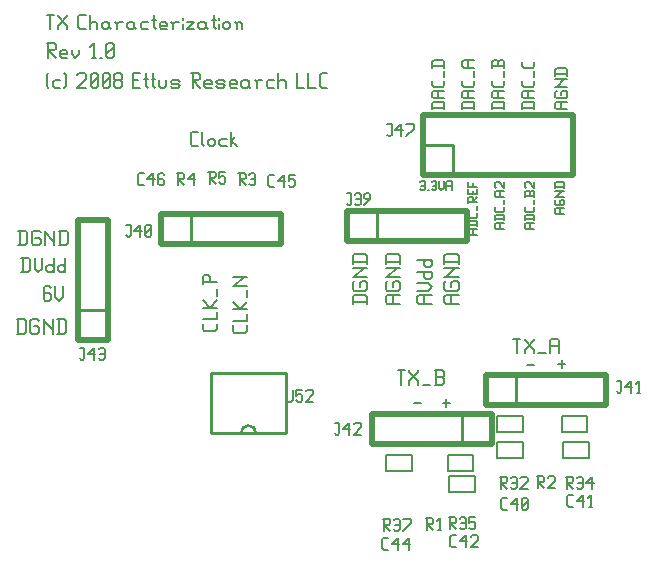
<source format=gbr>
G04 start of page 9 for group -4079 idx -4079
G04 Title: TX Daughterboard, topsilk *
G04 Creator: pcb 20070208 *
G04 CreationDate: Sat Jan 19 00:46:11 2008 UTC *
G04 For: matt *
G04 Format: Gerber/RS-274X *
G04 PCB-Dimensions: 275000 250000 *
G04 PCB-Coordinate-Origin: lower left *
%MOIN*%
%FSLAX24Y24*%
%LNFRONTSILK*%
%ADD11C,0.0100*%
%ADD21C,0.0200*%
%ADD30C,0.0060*%
G54D30*X20700Y17150D02*X21100D01*
X20700Y17300D02*X20750Y17350D01*
X21050D01*
X21100Y17300D02*X21050Y17350D01*
X21100Y17300D02*Y17100D01*
X20700Y17300D02*Y17100D01*
X20750Y17470D02*X21100D01*
X20750D02*X20700Y17520D01*
Y17670D02*Y17520D01*
Y17670D02*X20750Y17720D01*
X21100D01*
X20900D02*Y17470D01*
X21100Y18040D02*Y17890D01*
X21050Y17840D02*X21100Y17890D01*
X20750Y17840D02*X21050D01*
X20750D02*X20700Y17890D01*
Y18040D02*Y17890D01*
X21100Y18360D02*Y18160D01*
Y18680D02*Y18480D01*
Y18680D02*X21050Y18730D01*
X20950D02*X21050D01*
X20900Y18680D02*X20950Y18730D01*
X20900Y18680D02*Y18530D01*
X20700D02*X21100D01*
X20700Y18680D02*Y18480D01*
Y18680D02*X20750Y18730D01*
X20850D01*
X20900Y18680D02*X20850Y18730D01*
X5850Y17873D02*X5911Y17812D01*
X5850Y18239D02*X5911Y18300D01*
X5850Y18239D02*Y17873D01*
X6118Y18056D02*X6301D01*
X6057Y17995D02*X6118Y18056D01*
X6057Y17995D02*Y17873D01*
X6118Y17812D01*
X6301D01*
X6448Y18300D02*X6509Y18239D01*
Y17873D01*
X6448Y17812D02*X6509Y17873D01*
X6875Y18239D02*X6936Y18300D01*
X7119D01*
X7180Y18239D01*
Y18117D01*
X6875Y17812D02*X7180Y18117D01*
X6875Y17812D02*X7180D01*
X7326Y17873D02*X7387Y17812D01*
X7326Y18239D02*Y17873D01*
Y18239D02*X7387Y18300D01*
X7509D01*
X7570Y18239D01*
Y17873D01*
X7509Y17812D02*X7570Y17873D01*
X7387Y17812D02*X7509D01*
X7326Y17934D02*X7570Y18178D01*
X7717Y17873D02*X7778Y17812D01*
X7717Y18239D02*Y17873D01*
Y18239D02*X7778Y18300D01*
X7900D01*
X7961Y18239D01*
Y17873D01*
X7900Y17812D02*X7961Y17873D01*
X7778Y17812D02*X7900D01*
X7717Y17934D02*X7961Y18178D01*
X8107Y17873D02*X8168Y17812D01*
X8107Y17995D02*Y17873D01*
Y17995D02*X8168Y18056D01*
X8290D01*
X8351Y17995D01*
Y17873D01*
X8290Y17812D02*X8351Y17873D01*
X8168Y17812D02*X8290D01*
X8107Y18117D02*X8168Y18056D01*
X8107Y18239D02*Y18117D01*
Y18239D02*X8168Y18300D01*
X8290D01*
X8351Y18239D01*
Y18117D01*
X8290Y18056D02*X8351Y18117D01*
X8717Y18056D02*X8900D01*
X8717Y17812D02*X8961D01*
X8717Y18300D02*Y17812D01*
Y18300D02*X8961D01*
X9169D02*Y17873D01*
X9230Y17812D01*
X9108Y18117D02*X9230D01*
X9413Y18300D02*Y17873D01*
X9474Y17812D01*
X9352Y18117D02*X9474D01*
X9596Y18056D02*Y17873D01*
X9657Y17812D01*
X9779D01*
X9840Y17873D01*
Y18056D02*Y17873D01*
X10048Y17812D02*X10231D01*
X10292Y17873D01*
X10231Y17934D02*X10292Y17873D01*
X10048Y17934D02*X10231D01*
X9987Y17995D02*X10048Y17934D01*
X9987Y17995D02*X10048Y18056D01*
X10231D01*
X10292Y17995D01*
X9987Y17873D02*X10048Y17812D01*
X10658Y18300D02*X10902D01*
X10963Y18239D01*
Y18117D01*
X10902Y18056D02*X10963Y18117D01*
X10719Y18056D02*X10902D01*
X10719Y18300D02*Y17812D01*
Y18056D02*X10963Y17812D01*
X11170D02*X11353D01*
X11109Y17873D02*X11170Y17812D01*
X11109Y17995D02*Y17873D01*
Y17995D02*X11170Y18056D01*
X11292D01*
X11353Y17995D01*
X11109Y17934D02*X11353D01*
Y17995D02*Y17934D01*
X11561Y17812D02*X11744D01*
X11805Y17873D01*
X11744Y17934D02*X11805Y17873D01*
X11561Y17934D02*X11744D01*
X11500Y17995D02*X11561Y17934D01*
X11500Y17995D02*X11561Y18056D01*
X11744D01*
X11805Y17995D01*
X11500Y17873D02*X11561Y17812D01*
X12012D02*X12195D01*
X11951Y17873D02*X12012Y17812D01*
X11951Y17995D02*Y17873D01*
Y17995D02*X12012Y18056D01*
X12134D01*
X12195Y17995D01*
X11951Y17934D02*X12195D01*
Y17995D02*Y17934D01*
X12525Y18056D02*X12586Y17995D01*
X12403Y18056D02*X12525D01*
X12342Y17995D02*X12403Y18056D01*
X12342Y17995D02*Y17873D01*
X12403Y17812D01*
X12586Y18056D02*Y17873D01*
X12647Y17812D01*
X12403D02*X12525D01*
X12586Y17873D01*
X12854Y17995D02*Y17812D01*
Y17995D02*X12915Y18056D01*
X13037D01*
X12793D02*X12854Y17995D01*
X13245Y18056D02*X13428D01*
X13184Y17995D02*X13245Y18056D01*
X13184Y17995D02*Y17873D01*
X13245Y17812D01*
X13428D01*
X13574Y18300D02*Y17812D01*
Y17995D02*X13635Y18056D01*
X13757D01*
X13818Y17995D01*
Y17812D01*
X14185Y18300D02*Y17812D01*
X14429D01*
X14575Y18300D02*Y17812D01*
X14819D01*
X15027D02*X15210D01*
X14966Y17873D02*X15027Y17812D01*
X14966Y18239D02*Y17873D01*
Y18239D02*X15027Y18300D01*
X15210D01*
X5850Y19300D02*X6094D01*
X6155Y19239D01*
Y19117D01*
X6094Y19056D02*X6155Y19117D01*
X5911Y19056D02*X6094D01*
X5911Y19300D02*Y18812D01*
Y19056D02*X6155Y18812D01*
X6362D02*X6545D01*
X6301Y18873D02*X6362Y18812D01*
X6301Y18995D02*Y18873D01*
Y18995D02*X6362Y19056D01*
X6484D01*
X6545Y18995D01*
X6301Y18934D02*X6545D01*
Y18995D02*Y18934D01*
X6692Y19056D02*Y18934D01*
X6814Y18812D01*
X6936Y18934D01*
Y19056D02*Y18934D01*
X7363Y18812D02*X7485D01*
X7424Y19300D02*Y18812D01*
X7302Y19178D02*X7424Y19300D01*
X7631Y18812D02*X7692D01*
X7839Y18873D02*X7900Y18812D01*
X7839Y19239D02*Y18873D01*
Y19239D02*X7900Y19300D01*
X8022D01*
X8083Y19239D01*
Y18873D01*
X8022Y18812D02*X8083Y18873D01*
X7900Y18812D02*X8022D01*
X7839Y18934D02*X8083Y19178D01*
X5850Y20250D02*X6094D01*
X5972D02*Y19762D01*
X6240Y20250D02*Y20189D01*
X6545Y19884D01*
Y19762D01*
X6240Y19884D02*Y19762D01*
Y19884D02*X6545Y20189D01*
Y20250D02*Y20189D01*
X6972Y19762D02*X7155D01*
X6911Y19823D02*X6972Y19762D01*
X6911Y20189D02*Y19823D01*
Y20189D02*X6972Y20250D01*
X7155D01*
X7302D02*Y19762D01*
Y19945D02*X7363Y20006D01*
X7485D01*
X7546Y19945D01*
Y19762D01*
X7875Y20006D02*X7936Y19945D01*
X7753Y20006D02*X7875D01*
X7692Y19945D02*X7753Y20006D01*
X7692Y19945D02*Y19823D01*
X7753Y19762D01*
X7936Y20006D02*Y19823D01*
X7997Y19762D01*
X7753D02*X7875D01*
X7936Y19823D01*
X8205Y19945D02*Y19762D01*
Y19945D02*X8266Y20006D01*
X8388D01*
X8144D02*X8205Y19945D01*
X8717Y20006D02*X8778Y19945D01*
X8595Y20006D02*X8717D01*
X8534Y19945D02*X8595Y20006D01*
X8534Y19945D02*Y19823D01*
X8595Y19762D01*
X8778Y20006D02*Y19823D01*
X8839Y19762D01*
X8595D02*X8717D01*
X8778Y19823D01*
X9047Y20006D02*X9230D01*
X8986Y19945D02*X9047Y20006D01*
X8986Y19945D02*Y19823D01*
X9047Y19762D01*
X9230D01*
X9437Y20250D02*Y19823D01*
X9498Y19762D01*
X9376Y20067D02*X9498D01*
X9681Y19762D02*X9864D01*
X9620Y19823D02*X9681Y19762D01*
X9620Y19945D02*Y19823D01*
Y19945D02*X9681Y20006D01*
X9803D01*
X9864Y19945D01*
X9620Y19884D02*X9864D01*
Y19945D02*Y19884D01*
X10072Y19945D02*Y19762D01*
Y19945D02*X10133Y20006D01*
X10255D01*
X10011D02*X10072Y19945D01*
X10401Y20128D02*Y20067D01*
Y19945D02*Y19762D01*
X10524Y20006D02*X10768D01*
X10524Y19762D02*X10768Y20006D01*
X10524Y19762D02*X10768D01*
X11097Y20006D02*X11158Y19945D01*
X10975Y20006D02*X11097D01*
X10914Y19945D02*X10975Y20006D01*
X10914Y19945D02*Y19823D01*
X10975Y19762D01*
X11158Y20006D02*Y19823D01*
X11219Y19762D01*
X10975D02*X11097D01*
X11158Y19823D01*
X11427Y20250D02*Y19823D01*
X11488Y19762D01*
X11366Y20067D02*X11488D01*
X11610Y20128D02*Y20067D01*
Y19945D02*Y19762D01*
X11732Y19945D02*Y19823D01*
Y19945D02*X11793Y20006D01*
X11915D01*
X11976Y19945D01*
Y19823D01*
X11915Y19762D02*X11976Y19823D01*
X11793Y19762D02*X11915D01*
X11732Y19823D02*X11793Y19762D01*
X12183Y19945D02*Y19762D01*
Y19945D02*X12244Y20006D01*
X12305D01*
X12366Y19945D01*
Y19762D01*
X12122Y20006D02*X12183Y19945D01*
X11538Y9944D02*Y9761D01*
X11477Y9700D02*X11538Y9761D01*
X11111Y9700D02*X11477D01*
X11111D02*X11050Y9761D01*
Y9944D02*Y9761D01*
Y10090D02*X11538D01*
Y10334D02*Y10090D01*
X11050Y10481D02*X11538D01*
X11294D02*X11050Y10725D01*
X11294Y10481D02*X11538Y10725D01*
Y11115D02*Y10871D01*
X11050Y11323D02*X11538D01*
X11050Y11506D02*Y11262D01*
Y11506D02*X11111Y11567D01*
X11233D01*
X11294Y11506D02*X11233Y11567D01*
X11294Y11506D02*Y11323D01*
X12538Y9894D02*Y9711D01*
X12477Y9650D02*X12538Y9711D01*
X12111Y9650D02*X12477D01*
X12111D02*X12050Y9711D01*
Y9894D02*Y9711D01*
Y10040D02*X12538D01*
Y10284D02*Y10040D01*
X12050Y10431D02*X12538D01*
X12294D02*X12050Y10675D01*
X12294Y10431D02*X12538Y10675D01*
Y11065D02*Y10821D01*
X12050Y11212D02*X12538D01*
X12050D02*X12111D01*
X12416Y11517D01*
X12050D02*X12538D01*
X10711Y15862D02*X10894D01*
X10650Y15923D02*X10711Y15862D01*
X10650Y16289D02*Y15923D01*
Y16289D02*X10711Y16350D01*
X10894D01*
X11040D02*Y15923D01*
X11101Y15862D01*
X11223Y16045D02*Y15923D01*
Y16045D02*X11284Y16106D01*
X11406D01*
X11467Y16045D01*
Y15923D01*
X11406Y15862D02*X11467Y15923D01*
X11284Y15862D02*X11406D01*
X11223Y15923D02*X11284Y15862D01*
X11675Y16106D02*X11858D01*
X11614Y16045D02*X11675Y16106D01*
X11614Y16045D02*Y15923D01*
X11675Y15862D01*
X11858D01*
X12004Y16350D02*Y15862D01*
Y16045D02*X12187Y15862D01*
X12004Y16045D02*X12126Y16167D01*
X4961Y13050D02*Y12562D01*
X5144Y13050D02*X5205Y12989D01*
Y12623D01*
X5144Y12562D02*X5205Y12623D01*
X4900Y12562D02*X5144D01*
X4900Y13050D02*X5144D01*
X5595D02*X5656Y12989D01*
X5412Y13050D02*X5595D01*
X5351Y12989D02*X5412Y13050D01*
X5351Y12989D02*Y12623D01*
X5412Y12562D01*
X5595D01*
X5656Y12623D01*
Y12745D02*Y12623D01*
X5595Y12806D02*X5656Y12745D01*
X5473Y12806D02*X5595D01*
X5803Y13050D02*Y12562D01*
Y13050D02*Y12989D01*
X6108Y12684D01*
Y13050D02*Y12562D01*
X6315Y13050D02*Y12562D01*
X6498Y13050D02*X6559Y12989D01*
Y12623D01*
X6498Y12562D02*X6559Y12623D01*
X6254Y12562D02*X6498D01*
X6254Y13050D02*X6498D01*
X5061Y12150D02*Y11662D01*
X5244Y12150D02*X5305Y12089D01*
Y11723D01*
X5244Y11662D02*X5305Y11723D01*
X5000Y11662D02*X5244D01*
X5000Y12150D02*X5244D01*
X5451D02*Y11784D01*
X5573Y11662D01*
X5695Y11784D01*
Y12150D02*Y11784D01*
X6086Y12150D02*Y11662D01*
X6025D02*X6086Y11723D01*
X5903Y11662D02*X6025D01*
X5842Y11723D02*X5903Y11662D01*
X5842Y11845D02*Y11723D01*
Y11845D02*X5903Y11906D01*
X6025D01*
X6086Y11845D01*
X6476Y12150D02*Y11662D01*
X6415D02*X6476Y11723D01*
X6293Y11662D02*X6415D01*
X6232Y11723D02*X6293Y11662D01*
X6232Y11845D02*Y11723D01*
Y11845D02*X6293Y11906D01*
X6415D01*
X6476Y11845D01*
X4911Y10100D02*Y9612D01*
X5094Y10100D02*X5155Y10039D01*
Y9673D01*
X5094Y9612D02*X5155Y9673D01*
X4850Y9612D02*X5094D01*
X4850Y10100D02*X5094D01*
X5545D02*X5606Y10039D01*
X5362Y10100D02*X5545D01*
X5301Y10039D02*X5362Y10100D01*
X5301Y10039D02*Y9673D01*
X5362Y9612D01*
X5545D01*
X5606Y9673D01*
Y9795D02*Y9673D01*
X5545Y9856D02*X5606Y9795D01*
X5423Y9856D02*X5545D01*
X5753Y10100D02*Y9612D01*
Y10100D02*Y10039D01*
X6058Y9734D01*
Y10100D02*Y9612D01*
X6265Y10100D02*Y9612D01*
X6448Y10100D02*X6509Y10039D01*
Y9673D01*
X6448Y9612D02*X6509Y9673D01*
X6204Y9612D02*X6448D01*
X6204Y10100D02*X6448D01*
X5933Y11200D02*X5994Y11139D01*
X5811Y11200D02*X5933D01*
X5750Y11139D02*X5811Y11200D01*
X5750Y11139D02*Y10773D01*
X5811Y10712D01*
X5933Y10956D02*X5994Y10895D01*
X5750Y10956D02*X5933D01*
X5811Y10712D02*X5933D01*
X5994Y10773D01*
Y10895D02*Y10773D01*
X6140Y11200D02*Y10834D01*
X6262Y10712D01*
X6384Y10834D01*
Y11200D02*Y10834D01*
X21700Y17150D02*X22100D01*
X21700Y17300D02*X21750Y17350D01*
X22050D01*
X22100Y17300D02*X22050Y17350D01*
X22100Y17300D02*Y17100D01*
X21700Y17300D02*Y17100D01*
X21750Y17470D02*X22100D01*
X21750D02*X21700Y17520D01*
Y17670D02*Y17520D01*
Y17670D02*X21750Y17720D01*
X22100D01*
X21900D02*Y17470D01*
X22100Y18040D02*Y17890D01*
X22050Y17840D02*X22100Y17890D01*
X21750Y17840D02*X22050D01*
X21750D02*X21700Y17890D01*
Y18040D02*Y17890D01*
X22100Y18360D02*Y18160D01*
Y18680D02*Y18530D01*
X22050Y18480D02*X22100Y18530D01*
X21750Y18480D02*X22050D01*
X21750D02*X21700Y18530D01*
Y18680D02*Y18530D01*
X22839Y13600D02*X23112D01*
X22839D02*X22800Y13639D01*
Y13756D02*Y13639D01*
Y13756D02*X22839Y13795D01*
X23112D01*
X22956D02*Y13600D01*
X22800Y14044D02*X22839Y14083D01*
X22800Y14044D02*Y13927D01*
X22839Y13888D02*X22800Y13927D01*
X22839Y13888D02*X23073D01*
X23112Y13927D01*
Y14044D02*Y13927D01*
Y14044D02*X23073Y14083D01*
X22995D02*X23073D01*
X22956Y14044D02*X22995Y14083D01*
X22956Y14044D02*Y13966D01*
X22800Y14177D02*X23112D01*
X22800D02*X22839D01*
X23034Y14372D01*
X22800D02*X23112D01*
X22800Y14505D02*X23112D01*
X22800Y14622D02*X22839Y14661D01*
X23073D01*
X23112Y14622D02*X23073Y14661D01*
X23112Y14622D02*Y14466D01*
X22800Y14622D02*Y14466D01*
X19939Y12900D02*X20212D01*
X19939D02*X19900Y12939D01*
Y13056D02*Y12939D01*
Y13056D02*X19939Y13095D01*
X20212D01*
X20056D02*Y12900D01*
X19900Y13227D02*X20212D01*
X19900Y13344D02*X19939Y13383D01*
X20173D01*
X20212Y13344D02*X20173Y13383D01*
X20212Y13344D02*Y13188D01*
X19900Y13344D02*Y13188D01*
X20212Y13633D02*Y13516D01*
X20173Y13477D02*X20212Y13516D01*
X19939Y13477D02*X20173D01*
X19939D02*X19900Y13516D01*
Y13633D02*Y13516D01*
X20212Y13883D02*Y13727D01*
X19900Y14132D02*Y13976D01*
Y14132D02*X19939Y14171D01*
X20017D01*
X20056Y14132D02*X20017Y14171D01*
X20056Y14132D02*Y14015D01*
X19900D02*X20212D01*
X20056D02*X20212Y14171D01*
X20056Y14382D02*Y14265D01*
X20212Y14421D02*Y14265D01*
X19900D02*X20212D01*
X19900Y14421D02*Y14265D01*
Y14515D02*X20212D01*
X19900Y14671D02*Y14515D01*
X20056Y14632D02*Y14515D01*
X21839Y13100D02*X22112D01*
X21839D02*X21800Y13139D01*
Y13256D02*Y13139D01*
Y13256D02*X21839Y13295D01*
X22112D01*
X21956D02*Y13100D01*
X21800Y13427D02*X22112D01*
X21800Y13544D02*X21839Y13583D01*
X22073D01*
X22112Y13544D02*X22073Y13583D01*
X22112Y13544D02*Y13388D01*
X21800Y13544D02*Y13388D01*
X22112Y13833D02*Y13716D01*
X22073Y13677D02*X22112Y13716D01*
X21839Y13677D02*X22073D01*
X21839D02*X21800Y13716D01*
Y13833D02*Y13716D01*
X22112Y14083D02*Y13927D01*
Y14332D02*Y14176D01*
Y14332D02*X22073Y14371D01*
X21995D02*X22073D01*
X21956Y14332D02*X21995Y14371D01*
X21956Y14332D02*Y14215D01*
X21800D02*X22112D01*
X21800Y14332D02*Y14176D01*
Y14332D02*X21839Y14371D01*
X21917D01*
X21956Y14332D02*X21917Y14371D01*
X21839Y14465D02*X21800Y14504D01*
Y14621D02*Y14504D01*
Y14621D02*X21839Y14660D01*
X21917D01*
X22112Y14465D02*X21917Y14660D01*
X22112D02*Y14465D01*
X20839Y13100D02*X21112D01*
X20839D02*X20800Y13139D01*
Y13256D02*Y13139D01*
Y13256D02*X20839Y13295D01*
X21112D01*
X20956D02*Y13100D01*
X20800Y13427D02*X21112D01*
X20800Y13544D02*X20839Y13583D01*
X21073D01*
X21112Y13544D02*X21073Y13583D01*
X21112Y13544D02*Y13388D01*
X20800Y13544D02*Y13388D01*
X21112Y13833D02*Y13716D01*
X21073Y13677D02*X21112Y13716D01*
X20839Y13677D02*X21073D01*
X20839D02*X20800Y13716D01*
Y13833D02*Y13716D01*
X21112Y14083D02*Y13927D01*
X20839Y14176D02*X21112D01*
X20839D02*X20800Y14215D01*
Y14332D02*Y14215D01*
Y14332D02*X20839Y14371D01*
X21112D01*
X20956D02*Y14176D01*
X20839Y14465D02*X20800Y14504D01*
Y14621D02*Y14504D01*
Y14621D02*X20839Y14660D01*
X20917D01*
X21112Y14465D02*X20917Y14660D01*
X21112D02*Y14465D01*
X22850Y17100D02*X23200D01*
X22850D02*X22800Y17150D01*
Y17300D02*Y17150D01*
Y17300D02*X22850Y17350D01*
X23200D01*
X23000D02*Y17100D01*
X22800Y17670D02*X22850Y17720D01*
X22800Y17670D02*Y17520D01*
X22850Y17470D02*X22800Y17520D01*
X22850Y17470D02*X23150D01*
X23200Y17520D01*
Y17670D02*Y17520D01*
Y17670D02*X23150Y17720D01*
X23050D02*X23150D01*
X23000Y17670D02*X23050Y17720D01*
X23000Y17670D02*Y17570D01*
X22800Y17840D02*X23200D01*
X22800D02*X22850D01*
X23100Y18090D01*
X22800D02*X23200D01*
X22800Y18260D02*X23200D01*
X22800Y18410D02*X22850Y18460D01*
X23150D01*
X23200Y18410D02*X23150Y18460D01*
X23200Y18410D02*Y18210D01*
X22800Y18410D02*Y18210D01*
X18700Y17150D02*X19100D01*
X18700Y17300D02*X18750Y17350D01*
X19050D01*
X19100Y17300D02*X19050Y17350D01*
X19100Y17300D02*Y17100D01*
X18700Y17300D02*Y17100D01*
X18750Y17470D02*X19100D01*
X18750D02*X18700Y17520D01*
Y17670D02*Y17520D01*
Y17670D02*X18750Y17720D01*
X19100D01*
X18900D02*Y17470D01*
X19100Y18040D02*Y17890D01*
X19050Y17840D02*X19100Y17890D01*
X18750Y17840D02*X19050D01*
X18750D02*X18700Y17890D01*
Y18040D02*Y17890D01*
X19100Y18360D02*Y18160D01*
X18700Y18530D02*X19100D01*
X18700Y18680D02*X18750Y18730D01*
X19050D01*
X19100Y18680D02*X19050Y18730D01*
X19100Y18680D02*Y18480D01*
X18700Y18680D02*Y18480D01*
X19700Y17150D02*X20100D01*
X19700Y17300D02*X19750Y17350D01*
X20050D01*
X20100Y17300D02*X20050Y17350D01*
X20100Y17300D02*Y17100D01*
X19700Y17300D02*Y17100D01*
X19750Y17470D02*X20100D01*
X19750D02*X19700Y17520D01*
Y17670D02*Y17520D01*
Y17670D02*X19750Y17720D01*
X20100D01*
X19900D02*Y17470D01*
X20100Y18040D02*Y17890D01*
X20050Y17840D02*X20100Y17890D01*
X19750Y17840D02*X20050D01*
X19750D02*X19700Y17890D01*
Y18040D02*Y17890D01*
X20100Y18360D02*Y18160D01*
X19750Y18480D02*X20100D01*
X19750D02*X19700Y18530D01*
Y18680D02*Y18530D01*
Y18680D02*X19750Y18730D01*
X20100D01*
X19900D02*Y18480D01*
X18700Y17150D02*X19100D01*
X18700Y17300D02*X18750Y17350D01*
X19050D01*
X19100Y17300D02*X19050Y17350D01*
X19100Y17300D02*Y17100D01*
X18700Y17300D02*Y17100D01*
X18750Y17470D02*X19100D01*
X18750D02*X18700Y17520D01*
Y17670D02*Y17520D01*
Y17670D02*X18750Y17720D01*
X19100D01*
X18900D02*Y17470D01*
X19100Y18040D02*Y17890D01*
X19050Y17840D02*X19100Y17890D01*
X18750Y17840D02*X19050D01*
X18750D02*X18700Y17890D01*
Y18040D02*Y17890D01*
X19100Y18360D02*Y18160D01*
X18700Y18530D02*X19100D01*
X18700Y18680D02*X18750Y18730D01*
X19050D01*
X19100Y18680D02*X19050Y18730D01*
X19100Y18680D02*Y18480D01*
X18700Y18680D02*Y18480D01*
X18300Y14661D02*X18339Y14700D01*
X18417D01*
X18456Y14661D01*
Y14427D01*
X18417Y14388D02*X18456Y14427D01*
X18339Y14388D02*X18417D01*
X18300Y14427D02*X18339Y14388D01*
Y14544D02*X18456D01*
X18549Y14388D02*X18588D01*
X18682Y14661D02*X18721Y14700D01*
X18799D01*
X18838Y14661D01*
Y14427D01*
X18799Y14388D02*X18838Y14427D01*
X18721Y14388D02*X18799D01*
X18682Y14427D02*X18721Y14388D01*
Y14544D02*X18838D01*
X18932Y14700D02*Y14466D01*
X19010Y14388D01*
X19088Y14466D01*
Y14700D02*Y14466D01*
X19181Y14661D02*Y14388D01*
Y14661D02*X19220Y14700D01*
X19337D01*
X19376Y14661D01*
Y14388D01*
X19181Y14544D02*X19376D01*
X17211Y10600D02*X17638D01*
X17211D02*X17150Y10661D01*
Y10844D02*Y10661D01*
Y10844D02*X17211Y10905D01*
X17638D01*
X17394D02*Y10600D01*
X17150Y11295D02*X17211Y11356D01*
X17150Y11295D02*Y11112D01*
X17211Y11051D02*X17150Y11112D01*
X17211Y11051D02*X17577D01*
X17638Y11112D01*
Y11295D02*Y11112D01*
Y11295D02*X17577Y11356D01*
X17455D02*X17577D01*
X17394Y11295D02*X17455Y11356D01*
X17394Y11295D02*Y11173D01*
X17150Y11503D02*X17638D01*
X17150D02*X17211D01*
X17516Y11808D01*
X17150D02*X17638D01*
X17150Y12015D02*X17638D01*
X17150Y12198D02*X17211Y12259D01*
X17577D01*
X17638Y12198D02*X17577Y12259D01*
X17638Y12198D02*Y11954D01*
X17150Y12198D02*Y11954D01*
X18261Y10600D02*X18688D01*
X18261D02*X18200Y10661D01*
Y10844D02*Y10661D01*
Y10844D02*X18261Y10905D01*
X18688D01*
X18444D02*Y10600D01*
X18200Y11051D02*X18566D01*
X18688Y11173D01*
X18566Y11295D01*
X18200D02*X18566D01*
X18200Y11686D02*X18688D01*
Y11625D02*X18627Y11686D01*
X18688Y11625D02*Y11503D01*
X18627Y11442D02*X18688Y11503D01*
X18505Y11442D02*X18627D01*
X18505D02*X18444Y11503D01*
Y11625D02*Y11503D01*
Y11625D02*X18505Y11686D01*
X18200Y12076D02*X18688D01*
Y12015D02*X18627Y12076D01*
X18688Y12015D02*Y11893D01*
X18627Y11832D02*X18688Y11893D01*
X18505Y11832D02*X18627D01*
X18505D02*X18444Y11893D01*
Y12015D02*Y11893D01*
Y12015D02*X18505Y12076D01*
X19161Y10600D02*X19588D01*
X19161D02*X19100Y10661D01*
Y10844D02*Y10661D01*
Y10844D02*X19161Y10905D01*
X19588D01*
X19344D02*Y10600D01*
X19100Y11295D02*X19161Y11356D01*
X19100Y11295D02*Y11112D01*
X19161Y11051D02*X19100Y11112D01*
X19161Y11051D02*X19527D01*
X19588Y11112D01*
Y11295D02*Y11112D01*
Y11295D02*X19527Y11356D01*
X19405D02*X19527D01*
X19344Y11295D02*X19405Y11356D01*
X19344Y11295D02*Y11173D01*
X19100Y11503D02*X19588D01*
X19100D02*X19161D01*
X19466Y11808D01*
X19100D02*X19588D01*
X19100Y12015D02*X19588D01*
X19100Y12198D02*X19161Y12259D01*
X19527D01*
X19588Y12198D02*X19527Y12259D01*
X19588Y12198D02*Y11954D01*
X19100Y12198D02*Y11954D01*
X16050Y10661D02*X16538D01*
X16050Y10844D02*X16111Y10905D01*
X16477D01*
X16538Y10844D02*X16477Y10905D01*
X16538Y10844D02*Y10600D01*
X16050Y10844D02*Y10600D01*
Y11295D02*X16111Y11356D01*
X16050Y11295D02*Y11112D01*
X16111Y11051D02*X16050Y11112D01*
X16111Y11051D02*X16477D01*
X16538Y11112D01*
Y11295D02*Y11112D01*
Y11295D02*X16477Y11356D01*
X16355D02*X16477D01*
X16294Y11295D02*X16355Y11356D01*
X16294Y11295D02*Y11173D01*
X16050Y11503D02*X16538D01*
X16050D02*X16111D01*
X16416Y11808D01*
X16050D02*X16538D01*
X16050Y12015D02*X16538D01*
X16050Y12198D02*X16111Y12259D01*
X16477D01*
X16538Y12198D02*X16477Y12259D01*
X16538Y12198D02*Y11954D01*
X16050Y12198D02*Y11954D01*
X19050Y7306D02*X19294D01*
X19172Y7428D02*Y7184D01*
X21400Y9450D02*X21644D01*
X21522D02*Y8962D01*
X21790Y9450D02*Y9389D01*
X22095Y9084D01*
Y8962D01*
X21790Y9084D02*Y8962D01*
Y9084D02*X22095Y9389D01*
Y9450D02*Y9389D01*
X22242Y8962D02*X22486D01*
X22632Y9389D02*Y8962D01*
Y9389D02*X22693Y9450D01*
X22876D01*
X22937Y9389D01*
Y8962D01*
X22632Y9206D02*X22937D01*
X17550Y8400D02*X17794D01*
X17672D02*Y7912D01*
X17940Y8400D02*Y8339D01*
X18245Y8034D01*
Y7912D01*
X17940Y8034D02*Y7912D01*
Y8034D02*X18245Y8339D01*
Y8400D02*Y8339D01*
X18392Y7912D02*X18636D01*
X18782D02*X19026D01*
X19087Y7973D01*
Y8095D02*Y7973D01*
X19026Y8156D02*X19087Y8095D01*
X18843Y8156D02*X19026D01*
X18843Y8400D02*Y7912D01*
X18782Y8400D02*X19026D01*
X19087Y8339D01*
Y8217D01*
X19026Y8156D02*X19087Y8217D01*
X18100Y7306D02*X18344D01*
X21850Y8556D02*X22094D01*
X22900Y8606D02*X23144D01*
X23022Y8728D02*Y8484D01*
G54D21*X20500Y7250D02*X24500D01*
Y8250D02*Y7250D01*
X20500Y8250D02*X24500D01*
X20500D02*Y7250D01*
G54D11*X21500Y8250D02*Y7250D01*
X20500Y8250D02*X21500D01*
G54D30*X23080Y6020D02*X23920D01*
Y5480D01*
X23080D02*X23920D01*
X23080Y6020D02*Y5480D01*
G54D21*X18400Y14900D02*X23400D01*
Y16900D02*Y14900D01*
X18400Y16900D02*X23400D01*
X18400D02*Y14900D01*
G54D11*X19400Y15900D02*Y14900D01*
X18400Y15900D02*X19400D01*
G54D30*X23030Y6870D02*X23870D01*
Y6330D01*
X23030D02*X23870D01*
X23030Y6870D02*Y6330D01*
G54D21*X15850Y12700D02*X19850D01*
Y13700D02*Y12700D01*
X15850Y13700D02*X19850D01*
X15850D02*Y12700D01*
G54D11*X16850Y13700D02*Y12700D01*
X15850Y13700D02*X16850D01*
G54D21*X16700Y6950D02*X20700D01*
X16700D02*Y5950D01*
X20700D01*
Y6950D02*Y5950D01*
G54D11*X19700Y6950D02*Y5950D01*
X20700D01*
G54D30*X19230Y5570D02*X20070D01*
Y5030D01*
X19230D02*X20070D01*
X19230Y5570D02*Y5030D01*
X17180D02*X18020D01*
X17180Y5570D02*Y5030D01*
Y5570D02*X18020D01*
Y5030D01*
X19280Y4870D02*X20120D01*
Y4330D01*
X19280D02*X20120D01*
X19280Y4870D02*Y4330D01*
X20880Y6330D02*X21720D01*
X20880Y6870D02*Y6330D01*
Y6870D02*X21720D01*
Y6330D01*
X20880Y5480D02*X21720D01*
X20880Y6020D02*Y5480D01*
Y6020D02*X21720D01*
Y5480D01*
G54D11*X13840Y8300D02*Y6300D01*
X11320Y8300D02*X13840D01*
X11320D02*Y6300D01*
X12830D01*
X12330D02*X13840D01*
X12830D02*G75*G03X12330Y6300I-250J0D01*G01*
G54D21*X9650Y12600D02*X13650D01*
Y13600D02*Y12600D01*
X9650Y13600D02*X13650D01*
X9650D02*Y12600D01*
G54D11*X10650Y13600D02*Y12600D01*
X9650Y13600D02*X10650D01*
G54D21*X7900Y13400D02*Y9400D01*
X6900Y13400D02*X7900D01*
X6900D02*Y9400D01*
X7900D01*
G54D11*X6900Y10400D02*X7900D01*
X6900D02*Y9400D01*
G54D30*X13850Y7750D02*Y7400D01*
X13900Y7350D01*
X14000D01*
X14050Y7400D01*
Y7750D02*Y7400D01*
X14170Y7750D02*X14370D01*
X14170D02*Y7550D01*
X14220Y7600D01*
X14320D01*
X14370Y7550D01*
Y7400D01*
X14320Y7350D02*X14370Y7400D01*
X14220Y7350D02*X14320D01*
X14170Y7400D02*X14220Y7350D01*
X14490Y7700D02*X14540Y7750D01*
X14690D01*
X14740Y7700D01*
Y7600D01*
X14490Y7350D02*X14740Y7600D01*
X14490Y7350D02*X14740D01*
X24850Y8050D02*X25000D01*
Y7700D01*
X24950Y7650D02*X25000Y7700D01*
X24900Y7650D02*X24950D01*
X24850Y7700D02*X24900Y7650D01*
X25120Y7850D02*X25320Y8050D01*
X25120Y7850D02*X25370D01*
X25320Y8050D02*Y7650D01*
X25540D02*X25640D01*
X25590Y8050D02*Y7650D01*
X25490Y7950D02*X25590Y8050D01*
X23150Y4850D02*X23350D01*
X23400Y4800D01*
Y4700D01*
X23350Y4650D02*X23400Y4700D01*
X23200Y4650D02*X23350D01*
X23200Y4850D02*Y4450D01*
Y4650D02*X23400Y4450D01*
X23520Y4800D02*X23570Y4850D01*
X23670D01*
X23720Y4800D01*
Y4500D01*
X23670Y4450D02*X23720Y4500D01*
X23570Y4450D02*X23670D01*
X23520Y4500D02*X23570Y4450D01*
Y4650D02*X23720D01*
X23840D02*X24040Y4850D01*
X23840Y4650D02*X24090D01*
X24040Y4850D02*Y4450D01*
X23250Y3850D02*X23400D01*
X23200Y3900D02*X23250Y3850D01*
X23200Y4200D02*Y3900D01*
Y4200D02*X23250Y4250D01*
X23400D01*
X23520Y4050D02*X23720Y4250D01*
X23520Y4050D02*X23770D01*
X23720Y4250D02*Y3850D01*
X23940D02*X24040D01*
X23990Y4250D02*Y3850D01*
X23890Y4150D02*X23990Y4250D01*
X18485Y3465D02*X18685D01*
X18735Y3415D01*
Y3315D01*
X18685Y3265D02*X18735Y3315D01*
X18535Y3265D02*X18685D01*
X18535Y3465D02*Y3065D01*
Y3265D02*X18735Y3065D01*
X18905D02*X19005D01*
X18955Y3465D02*Y3065D01*
X18855Y3365D02*X18955Y3465D01*
X17050Y3450D02*X17250D01*
X17300Y3400D01*
Y3300D01*
X17250Y3250D02*X17300Y3300D01*
X17100Y3250D02*X17250D01*
X17100Y3450D02*Y3050D01*
Y3250D02*X17300Y3050D01*
X17420Y3400D02*X17470Y3450D01*
X17570D01*
X17620Y3400D01*
Y3100D01*
X17570Y3050D02*X17620Y3100D01*
X17470Y3050D02*X17570D01*
X17420Y3100D02*X17470Y3050D01*
Y3250D02*X17620D01*
X17740Y3050D02*X17990Y3300D01*
Y3450D02*Y3300D01*
X17740Y3450D02*X17990D01*
X19250Y3500D02*X19450D01*
X19500Y3450D01*
Y3350D01*
X19450Y3300D02*X19500Y3350D01*
X19300Y3300D02*X19450D01*
X19300Y3500D02*Y3100D01*
Y3300D02*X19500Y3100D01*
X19620Y3450D02*X19670Y3500D01*
X19770D01*
X19820Y3450D01*
Y3150D01*
X19770Y3100D02*X19820Y3150D01*
X19670Y3100D02*X19770D01*
X19620Y3150D02*X19670Y3100D01*
Y3300D02*X19820D01*
X19940Y3500D02*X20140D01*
X19940D02*Y3300D01*
X19990Y3350D01*
X20090D01*
X20140Y3300D01*
Y3150D01*
X20090Y3100D02*X20140Y3150D01*
X19990Y3100D02*X20090D01*
X19940Y3150D02*X19990Y3100D01*
X17085Y2415D02*X17235D01*
X17035Y2465D02*X17085Y2415D01*
X17035Y2765D02*Y2465D01*
Y2765D02*X17085Y2815D01*
X17235D01*
X17355Y2615D02*X17555Y2815D01*
X17355Y2615D02*X17605D01*
X17555Y2815D02*Y2415D01*
X17725Y2615D02*X17925Y2815D01*
X17725Y2615D02*X17975D01*
X17925Y2815D02*Y2415D01*
X19350Y2500D02*X19500D01*
X19300Y2550D02*X19350Y2500D01*
X19300Y2850D02*Y2550D01*
Y2850D02*X19350Y2900D01*
X19500D01*
X19620Y2700D02*X19820Y2900D01*
X19620Y2700D02*X19870D01*
X19820Y2900D02*Y2500D01*
X19990Y2850D02*X20040Y2900D01*
X20190D01*
X20240Y2850D01*
Y2750D01*
X19990Y2500D02*X20240Y2750D01*
X19990Y2500D02*X20240D01*
X22185Y4865D02*X22385D01*
X22435Y4815D01*
Y4715D01*
X22385Y4665D02*X22435Y4715D01*
X22235Y4665D02*X22385D01*
X22235Y4865D02*Y4465D01*
Y4665D02*X22435Y4465D01*
X22555Y4815D02*X22605Y4865D01*
X22755D01*
X22805Y4815D01*
Y4715D01*
X22555Y4465D02*X22805Y4715D01*
X22555Y4465D02*X22805D01*
X21050Y3750D02*X21200D01*
X21000Y3800D02*X21050Y3750D01*
X21000Y4100D02*Y3800D01*
Y4100D02*X21050Y4150D01*
X21200D01*
X21320Y3950D02*X21520Y4150D01*
X21320Y3950D02*X21570D01*
X21520Y4150D02*Y3750D01*
X21690Y3800D02*X21740Y3750D01*
X21690Y4100D02*Y3800D01*
Y4100D02*X21740Y4150D01*
X21840D01*
X21890Y4100D01*
Y3800D01*
X21840Y3750D02*X21890Y3800D01*
X21740Y3750D02*X21840D01*
X21690Y3850D02*X21890Y4050D01*
X20950Y4850D02*X21150D01*
X21200Y4800D01*
Y4700D01*
X21150Y4650D02*X21200Y4700D01*
X21000Y4650D02*X21150D01*
X21000Y4850D02*Y4450D01*
Y4650D02*X21200Y4450D01*
X21320Y4800D02*X21370Y4850D01*
X21470D01*
X21520Y4800D01*
Y4500D01*
X21470Y4450D02*X21520Y4500D01*
X21370Y4450D02*X21470D01*
X21320Y4500D02*X21370Y4450D01*
Y4650D02*X21520D01*
X21640Y4800D02*X21690Y4850D01*
X21840D01*
X21890Y4800D01*
Y4700D01*
X21640Y4450D02*X21890Y4700D01*
X21640Y4450D02*X21890D01*
X15450Y6650D02*X15600D01*
Y6300D01*
X15550Y6250D02*X15600Y6300D01*
X15500Y6250D02*X15550D01*
X15450Y6300D02*X15500Y6250D01*
X15720Y6450D02*X15920Y6650D01*
X15720Y6450D02*X15970D01*
X15920Y6650D02*Y6250D01*
X16090Y6600D02*X16140Y6650D01*
X16290D01*
X16340Y6600D01*
Y6500D01*
X16090Y6250D02*X16340Y6500D01*
X16090Y6250D02*X16340D01*
X6950Y9150D02*X7100D01*
Y8800D01*
X7050Y8750D02*X7100Y8800D01*
X7000Y8750D02*X7050D01*
X6950Y8800D02*X7000Y8750D01*
X7220Y8950D02*X7420Y9150D01*
X7220Y8950D02*X7470D01*
X7420Y9150D02*Y8750D01*
X7590Y9100D02*X7640Y9150D01*
X7740D01*
X7790Y9100D01*
Y8800D01*
X7740Y8750D02*X7790Y8800D01*
X7640Y8750D02*X7740D01*
X7590Y8800D02*X7640Y8750D01*
Y8950D02*X7790D01*
X17200Y16600D02*X17350D01*
Y16250D01*
X17300Y16200D02*X17350Y16250D01*
X17250Y16200D02*X17300D01*
X17200Y16250D02*X17250Y16200D01*
X17470Y16400D02*X17670Y16600D01*
X17470Y16400D02*X17720D01*
X17670Y16600D02*Y16200D01*
X17840D02*X18090Y16450D01*
Y16600D02*Y16450D01*
X17840Y16600D02*X18090D01*
X15850Y14300D02*X16000D01*
Y13950D01*
X15950Y13900D02*X16000Y13950D01*
X15900Y13900D02*X15950D01*
X15850Y13950D02*X15900Y13900D01*
X16120Y14250D02*X16170Y14300D01*
X16270D01*
X16320Y14250D01*
Y13950D01*
X16270Y13900D02*X16320Y13950D01*
X16170Y13900D02*X16270D01*
X16120Y13950D02*X16170Y13900D01*
Y14100D02*X16320D01*
X16440Y13900D02*X16640Y14100D01*
Y14250D02*Y14100D01*
X16590Y14300D02*X16640Y14250D01*
X16490Y14300D02*X16590D01*
X16440Y14250D02*X16490Y14300D01*
X16440Y14250D02*Y14150D01*
X16490Y14100D01*
X16640D01*
X8500Y13250D02*X8650D01*
Y12900D01*
X8600Y12850D02*X8650Y12900D01*
X8550Y12850D02*X8600D01*
X8500Y12900D02*X8550Y12850D01*
X8770Y13050D02*X8970Y13250D01*
X8770Y13050D02*X9020D01*
X8970Y13250D02*Y12850D01*
X9140Y12900D02*X9190Y12850D01*
X9140Y13200D02*Y12900D01*
Y13200D02*X9190Y13250D01*
X9290D01*
X9340Y13200D01*
Y12900D01*
X9290Y12850D02*X9340Y12900D01*
X9190Y12850D02*X9290D01*
X9140Y12950D02*X9340Y13150D01*
X11235Y15015D02*X11435D01*
X11485Y14965D01*
Y14865D01*
X11435Y14815D02*X11485Y14865D01*
X11285Y14815D02*X11435D01*
X11285Y15015D02*Y14615D01*
Y14815D02*X11485Y14615D01*
X11605Y15015D02*X11805D01*
X11605D02*Y14815D01*
X11655Y14865D01*
X11755D01*
X11805Y14815D01*
Y14665D01*
X11755Y14615D02*X11805Y14665D01*
X11655Y14615D02*X11755D01*
X11605Y14665D02*X11655Y14615D01*
X12235Y14965D02*X12435D01*
X12485Y14915D01*
Y14815D01*
X12435Y14765D02*X12485Y14815D01*
X12285Y14765D02*X12435D01*
X12285Y14965D02*Y14565D01*
Y14765D02*X12485Y14565D01*
X12605Y14915D02*X12655Y14965D01*
X12755D01*
X12805Y14915D01*
Y14615D01*
X12755Y14565D02*X12805Y14615D01*
X12655Y14565D02*X12755D01*
X12605Y14615D02*X12655Y14565D01*
Y14765D02*X12805D01*
X13285Y14515D02*X13435D01*
X13235Y14565D02*X13285Y14515D01*
X13235Y14865D02*Y14565D01*
Y14865D02*X13285Y14915D01*
X13435D01*
X13555Y14715D02*X13755Y14915D01*
X13555Y14715D02*X13805D01*
X13755Y14915D02*Y14515D01*
X13925Y14915D02*X14125D01*
X13925D02*Y14715D01*
X13975Y14765D01*
X14075D01*
X14125Y14715D01*
Y14565D01*
X14075Y14515D02*X14125Y14565D01*
X13975Y14515D02*X14075D01*
X13925Y14565D02*X13975Y14515D01*
X10185Y14965D02*X10385D01*
X10435Y14915D01*
Y14815D01*
X10385Y14765D02*X10435Y14815D01*
X10235Y14765D02*X10385D01*
X10235Y14965D02*Y14565D01*
Y14765D02*X10435Y14565D01*
X10555Y14765D02*X10755Y14965D01*
X10555Y14765D02*X10805D01*
X10755Y14965D02*Y14565D01*
X8935D02*X9085D01*
X8885Y14615D02*X8935Y14565D01*
X8885Y14915D02*Y14615D01*
Y14915D02*X8935Y14965D01*
X9085D01*
X9205Y14765D02*X9405Y14965D01*
X9205Y14765D02*X9455D01*
X9405Y14965D02*Y14565D01*
X9725Y14965D02*X9775Y14915D01*
X9625Y14965D02*X9725D01*
X9575Y14915D02*X9625Y14965D01*
X9575Y14915D02*Y14615D01*
X9625Y14565D01*
X9725Y14765D02*X9775Y14715D01*
X9575Y14765D02*X9725D01*
X9625Y14565D02*X9725D01*
X9775Y14615D01*
Y14715D02*Y14615D01*
M02*

</source>
